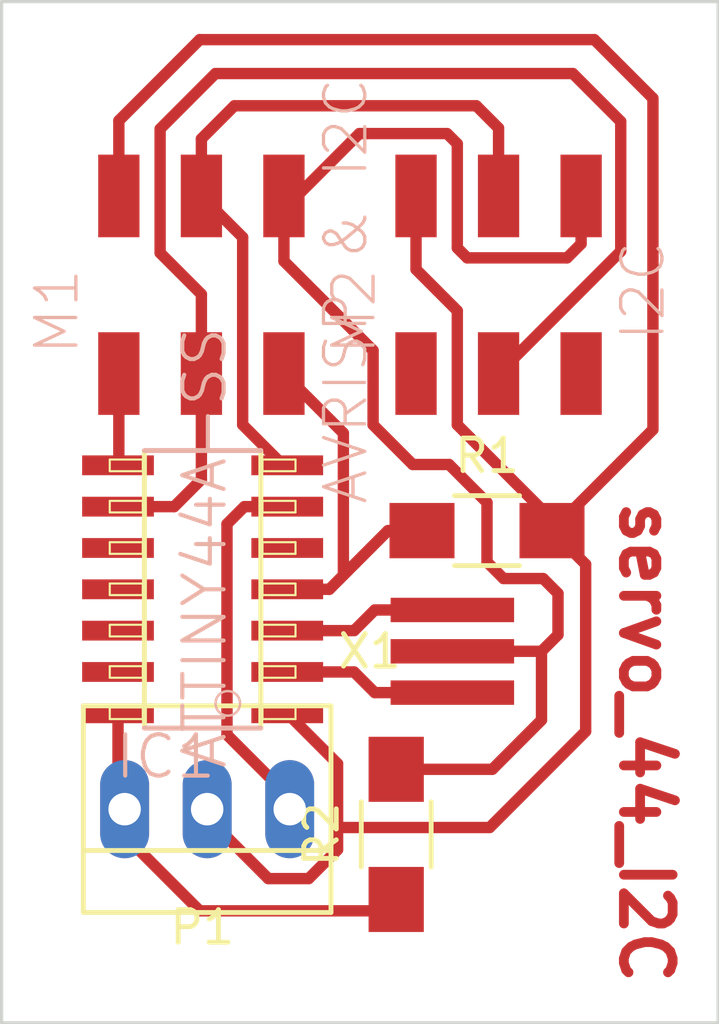
<source format=kicad_pcb>
(kicad_pcb (version 20171130) (host pcbnew "(5.1.12)-1")

  (general
    (thickness 1.6)
    (drawings 10)
    (tracks 95)
    (zones 0)
    (modules 7)
    (nets 17)
  )

  (page A4)
  (layers
    (0 F.Cu signal)
    (31 B.Cu signal)
    (32 B.Adhes user hide)
    (33 F.Adhes user hide)
    (34 B.Paste user hide)
    (35 F.Paste user hide)
    (36 B.SilkS user hide)
    (37 F.SilkS user hide)
    (38 B.Mask user hide)
    (39 F.Mask user hide)
    (40 Dwgs.User user hide)
    (41 Cmts.User user hide)
    (42 Eco1.User user hide)
    (43 Eco2.User user hide)
    (44 Edge.Cuts user)
    (45 Margin user hide)
    (46 B.CrtYd user hide)
    (47 F.CrtYd user hide)
    (48 B.Fab user hide)
    (49 F.Fab user hide)
  )

  (setup
    (last_trace_width 0.35)
    (trace_clearance 0.2)
    (zone_clearance 0.508)
    (zone_45_only no)
    (trace_min 0.2)
    (via_size 0.6)
    (via_drill 0.4)
    (via_min_size 0.4)
    (via_min_drill 0.3)
    (uvia_size 0.3)
    (uvia_drill 0.1)
    (uvias_allowed no)
    (uvia_min_size 0.2)
    (uvia_min_drill 0.1)
    (edge_width 0.1)
    (segment_width 0.2)
    (pcb_text_width 0.3)
    (pcb_text_size 1.5 1.5)
    (mod_edge_width 0.15)
    (mod_text_size 1 1)
    (mod_text_width 0.15)
    (pad_size 2 1.7)
    (pad_drill 0)
    (pad_to_mask_clearance 0)
    (aux_axis_origin 0 0)
    (visible_elements 7FFFFFFF)
    (pcbplotparams
      (layerselection 0x00030_80000001)
      (usegerberextensions false)
      (usegerberattributes true)
      (usegerberadvancedattributes true)
      (creategerberjobfile true)
      (excludeedgelayer true)
      (linewidth 0.100000)
      (plotframeref false)
      (viasonmask false)
      (mode 1)
      (useauxorigin false)
      (hpglpennumber 1)
      (hpglpenspeed 20)
      (hpglpendiameter 15.000000)
      (psnegative false)
      (psa4output false)
      (plotreference true)
      (plotvalue true)
      (plotinvisibletext false)
      (padsonsilk false)
      (subtractmaskfromsilk false)
      (outputformat 1)
      (mirror false)
      (drillshape 1)
      (scaleselection 1)
      (outputdirectory "../"))
  )

  (net 0 "")
  (net 1 +5V)
  (net 2 "Net-(IC1-Pad2)")
  (net 3 "Net-(IC1-Pad3)")
  (net 4 /PB3)
  (net 5 /PA6)
  (net 6 /PA5)
  (net 7 /PA4)
  (net 8 "Net-(IC1-Pad10)")
  (net 9 "Net-(IC1-Pad11)")
  (net 10 "Net-(IC1-Pad12)")
  (net 11 "Net-(IC1-Pad13)")
  (net 12 GND)
  (net 13 "Net-(IC1-Pad5)")
  (net 14 /PA7)
  (net 15 "Net-(M2-Pad1)")
  (net 16 "Net-(M2-Pad5)")

  (net_class Default "This is the default net class."
    (clearance 0.2)
    (trace_width 0.35)
    (via_dia 0.6)
    (via_drill 0.4)
    (uvia_dia 0.3)
    (uvia_drill 0.1)
    (add_net +5V)
    (add_net /PA4)
    (add_net /PA5)
    (add_net /PA6)
    (add_net /PA7)
    (add_net /PB3)
    (add_net GND)
    (add_net "Net-(IC1-Pad10)")
    (add_net "Net-(IC1-Pad11)")
    (add_net "Net-(IC1-Pad12)")
    (add_net "Net-(IC1-Pad13)")
    (add_net "Net-(IC1-Pad2)")
    (add_net "Net-(IC1-Pad3)")
    (add_net "Net-(IC1-Pad5)")
    (add_net "Net-(M2-Pad1)")
    (add_net "Net-(M2-Pad5)")
  )

  (module Resistors_SMD:R_1206_HandSoldering (layer F.Cu) (tedit 572DC187) (tstamp 572DBF55)
    (at 167.1828 116.6241 90)
    (descr "Resistor SMD 1206, hand soldering")
    (tags "resistor 1206")
    (path /572892C6)
    (attr smd)
    (fp_text reference R2 (at 0 -2.3 90) (layer F.SilkS)
      (effects (font (size 1 1) (thickness 0.15)))
    )
    (fp_text value 0 (at 0 2.3 90) (layer F.Fab)
      (effects (font (size 1 1) (thickness 0.15)))
    )
    (fp_line (start -1 -1.075) (end 1 -1.075) (layer F.SilkS) (width 0.15))
    (fp_line (start 1 1.075) (end -1 1.075) (layer F.SilkS) (width 0.15))
    (fp_line (start 3.3 -1.2) (end 3.3 1.2) (layer F.CrtYd) (width 0.05))
    (fp_line (start -3.3 -1.2) (end -3.3 1.2) (layer F.CrtYd) (width 0.05))
    (fp_line (start -3.3 1.2) (end 3.3 1.2) (layer F.CrtYd) (width 0.05))
    (fp_line (start -3.3 -1.2) (end 3.3 -1.2) (layer F.CrtYd) (width 0.05))
    (pad 2 smd rect (at -2 0 90) (size 2 1.7) (layers F.Cu F.Paste F.Mask)
      (net 12 GND))
    (pad 1 smd rect (at 2 0 90) (size 2 1.7) (layers F.Cu F.Paste F.Mask)
      (net 12 GND))
    (model Resistors_SMD.3dshapes/R_1206_HandSoldering.wrl
      (at (xyz 0 0 0))
      (scale (xyz 1 1 1))
      (rotate (xyz 0 0 0))
    )
  )

  (module fab:fab-SOIC14 (layer F.Cu) (tedit 200000) (tstamp 572DAB88)
    (at 161.2265 109.093 90)
    (descr "SMALL OUTLINE PACKAGE")
    (tags "SMALL OUTLINE PACKAGE")
    (path /5728A83D)
    (attr smd)
    (fp_text reference IC1 (at -5.1435 -1.143 180) (layer B.SilkS)
      (effects (font (size 1.27 1.27) (thickness 0.127)))
    )
    (fp_text value ATTINY44A-SS (at 1.27 0.0635 90) (layer B.SilkS)
      (effects (font (size 1.27 1.27) (thickness 0.127)))
    )
    (fp_circle (center -3.5052 0.7747) (end -3.7719 1.0414) (layer B.SilkS) (width 0.0762))
    (fp_line (start -4.26466 -1.7907) (end -4.26466 1.7907) (layer B.SilkS) (width 0.1524))
    (fp_line (start 4.26466 -1.7907) (end -4.26466 -1.7907) (layer F.SilkS) (width 0.1524))
    (fp_line (start 4.26466 1.7907) (end 4.26466 -1.7907) (layer B.SilkS) (width 0.1524))
    (fp_line (start -4.26466 1.7907) (end 4.26466 1.7907) (layer F.SilkS) (width 0.1524))
    (fp_line (start -3.9878 2.8575) (end -3.9878 1.8415) (layer F.SilkS) (width 0.06604))
    (fp_line (start -3.9878 1.8415) (end -3.62966 1.8415) (layer F.SilkS) (width 0.06604))
    (fp_line (start -3.62966 2.8575) (end -3.62966 1.8415) (layer F.SilkS) (width 0.06604))
    (fp_line (start -3.9878 2.8575) (end -3.62966 2.8575) (layer F.SilkS) (width 0.06604))
    (fp_line (start -2.7178 2.8575) (end -2.7178 1.8415) (layer F.SilkS) (width 0.06604))
    (fp_line (start -2.7178 1.8415) (end -2.3622 1.8415) (layer F.SilkS) (width 0.06604))
    (fp_line (start -2.3622 2.8575) (end -2.3622 1.8415) (layer F.SilkS) (width 0.06604))
    (fp_line (start -2.7178 2.8575) (end -2.3622 2.8575) (layer F.SilkS) (width 0.06604))
    (fp_line (start -1.4478 2.8575) (end -1.4478 1.8415) (layer F.SilkS) (width 0.06604))
    (fp_line (start -1.4478 1.8415) (end -1.08966 1.8415) (layer F.SilkS) (width 0.06604))
    (fp_line (start -1.08966 2.8575) (end -1.08966 1.8415) (layer F.SilkS) (width 0.06604))
    (fp_line (start -1.4478 2.8575) (end -1.08966 2.8575) (layer F.SilkS) (width 0.06604))
    (fp_line (start -0.1778 2.8575) (end -0.1778 1.8415) (layer F.SilkS) (width 0.06604))
    (fp_line (start -0.1778 1.8415) (end 0.1778 1.8415) (layer F.SilkS) (width 0.06604))
    (fp_line (start 0.1778 2.8575) (end 0.1778 1.8415) (layer F.SilkS) (width 0.06604))
    (fp_line (start -0.1778 2.8575) (end 0.1778 2.8575) (layer F.SilkS) (width 0.06604))
    (fp_line (start 1.08966 2.8575) (end 1.08966 1.8415) (layer F.SilkS) (width 0.06604))
    (fp_line (start 1.08966 1.8415) (end 1.4478 1.8415) (layer F.SilkS) (width 0.06604))
    (fp_line (start 1.4478 2.8575) (end 1.4478 1.8415) (layer F.SilkS) (width 0.06604))
    (fp_line (start 1.08966 2.8575) (end 1.4478 2.8575) (layer F.SilkS) (width 0.06604))
    (fp_line (start 2.3622 2.8575) (end 2.3622 1.8415) (layer F.SilkS) (width 0.06604))
    (fp_line (start 2.3622 1.8415) (end 2.7178 1.8415) (layer F.SilkS) (width 0.06604))
    (fp_line (start 2.7178 2.8575) (end 2.7178 1.8415) (layer F.SilkS) (width 0.06604))
    (fp_line (start 2.3622 2.8575) (end 2.7178 2.8575) (layer F.SilkS) (width 0.06604))
    (fp_line (start 3.62966 2.8575) (end 3.62966 1.8415) (layer F.SilkS) (width 0.06604))
    (fp_line (start 3.62966 1.8415) (end 3.9878 1.8415) (layer F.SilkS) (width 0.06604))
    (fp_line (start 3.9878 2.8575) (end 3.9878 1.8415) (layer F.SilkS) (width 0.06604))
    (fp_line (start 3.62966 2.8575) (end 3.9878 2.8575) (layer F.SilkS) (width 0.06604))
    (fp_line (start 3.62966 -1.8415) (end 3.62966 -2.8575) (layer F.SilkS) (width 0.06604))
    (fp_line (start 3.62966 -2.8575) (end 3.9878 -2.8575) (layer F.SilkS) (width 0.06604))
    (fp_line (start 3.9878 -1.8415) (end 3.9878 -2.8575) (layer F.SilkS) (width 0.06604))
    (fp_line (start 3.62966 -1.8415) (end 3.9878 -1.8415) (layer F.SilkS) (width 0.06604))
    (fp_line (start 2.3622 -1.8415) (end 2.3622 -2.8575) (layer F.SilkS) (width 0.06604))
    (fp_line (start 2.3622 -2.8575) (end 2.7178 -2.8575) (layer F.SilkS) (width 0.06604))
    (fp_line (start 2.7178 -1.8415) (end 2.7178 -2.8575) (layer F.SilkS) (width 0.06604))
    (fp_line (start 2.3622 -1.8415) (end 2.7178 -1.8415) (layer F.SilkS) (width 0.06604))
    (fp_line (start 1.08966 -1.8415) (end 1.08966 -2.8575) (layer F.SilkS) (width 0.06604))
    (fp_line (start 1.08966 -2.8575) (end 1.4478 -2.8575) (layer F.SilkS) (width 0.06604))
    (fp_line (start 1.4478 -1.8415) (end 1.4478 -2.8575) (layer F.SilkS) (width 0.06604))
    (fp_line (start 1.08966 -1.8415) (end 1.4478 -1.8415) (layer F.SilkS) (width 0.06604))
    (fp_line (start -0.1778 -1.8415) (end -0.1778 -2.8575) (layer F.SilkS) (width 0.06604))
    (fp_line (start -0.1778 -2.8575) (end 0.1778 -2.8575) (layer F.SilkS) (width 0.06604))
    (fp_line (start 0.1778 -1.8415) (end 0.1778 -2.8575) (layer F.SilkS) (width 0.06604))
    (fp_line (start -0.1778 -1.8415) (end 0.1778 -1.8415) (layer F.SilkS) (width 0.06604))
    (fp_line (start -1.4478 -1.8415) (end -1.4478 -2.8575) (layer F.SilkS) (width 0.06604))
    (fp_line (start -1.4478 -2.8575) (end -1.08966 -2.8575) (layer F.SilkS) (width 0.06604))
    (fp_line (start -1.08966 -1.8415) (end -1.08966 -2.8575) (layer F.SilkS) (width 0.06604))
    (fp_line (start -1.4478 -1.8415) (end -1.08966 -1.8415) (layer F.SilkS) (width 0.06604))
    (fp_line (start -2.7178 -1.8415) (end -2.7178 -2.8575) (layer F.SilkS) (width 0.06604))
    (fp_line (start -2.7178 -2.8575) (end -2.3622 -2.8575) (layer F.SilkS) (width 0.06604))
    (fp_line (start -2.3622 -1.8415) (end -2.3622 -2.8575) (layer F.SilkS) (width 0.06604))
    (fp_line (start -2.7178 -1.8415) (end -2.3622 -1.8415) (layer F.SilkS) (width 0.06604))
    (fp_line (start -3.9878 -1.8415) (end -3.9878 -2.8575) (layer F.SilkS) (width 0.06604))
    (fp_line (start -3.9878 -2.8575) (end -3.62966 -2.8575) (layer F.SilkS) (width 0.06604))
    (fp_line (start -3.62966 -1.8415) (end -3.62966 -2.8575) (layer F.SilkS) (width 0.06604))
    (fp_line (start -3.9878 -1.8415) (end -3.62966 -1.8415) (layer F.SilkS) (width 0.06604))
    (pad 1 smd rect (at -3.81 2.6035 90) (size 0.6096 2.20726) (layers F.Cu F.Paste F.Mask)
      (net 1 +5V))
    (pad 2 smd rect (at -2.54 2.6035 90) (size 0.6096 2.20726) (layers F.Cu F.Paste F.Mask)
      (net 2 "Net-(IC1-Pad2)"))
    (pad 3 smd rect (at -1.27 2.6035 90) (size 0.6096 2.20726) (layers F.Cu F.Paste F.Mask)
      (net 3 "Net-(IC1-Pad3)"))
    (pad 4 smd rect (at 0 2.6035 90) (size 0.6096 2.20726) (layers F.Cu F.Paste F.Mask)
      (net 4 /PB3))
    (pad 5 smd rect (at 1.27 2.6035 90) (size 0.6096 2.20726) (layers F.Cu F.Paste F.Mask)
      (net 13 "Net-(IC1-Pad5)"))
    (pad 6 smd rect (at 2.54 2.6035 90) (size 0.6096 2.20726) (layers F.Cu F.Paste F.Mask)
      (net 14 /PA7))
    (pad 7 smd rect (at 3.81 2.6035 90) (size 0.6096 2.20726) (layers F.Cu F.Paste F.Mask)
      (net 5 /PA6))
    (pad 8 smd rect (at 3.81 -2.6035 90) (size 0.6096 2.20726) (layers F.Cu F.Paste F.Mask)
      (net 6 /PA5))
    (pad 9 smd rect (at 2.54 -2.6035 90) (size 0.6096 2.20726) (layers F.Cu F.Paste F.Mask)
      (net 7 /PA4))
    (pad 10 smd rect (at 1.27 -2.6035 90) (size 0.6096 2.20726) (layers F.Cu F.Paste F.Mask)
      (net 8 "Net-(IC1-Pad10)"))
    (pad 11 smd rect (at 0 -2.6035 90) (size 0.6096 2.20726) (layers F.Cu F.Paste F.Mask)
      (net 9 "Net-(IC1-Pad11)"))
    (pad 12 smd rect (at -1.27 -2.6035 90) (size 0.6096 2.20726) (layers F.Cu F.Paste F.Mask)
      (net 10 "Net-(IC1-Pad12)"))
    (pad 13 smd rect (at -2.54 -2.6035 90) (size 0.6096 2.20726) (layers F.Cu F.Paste F.Mask)
      (net 11 "Net-(IC1-Pad13)"))
    (pad 14 smd rect (at -3.81 -2.6035 90) (size 0.6096 2.20726) (layers F.Cu F.Paste F.Mask)
      (net 12 GND))
  )

  (module fab:fab-2X03SMD (layer F.Cu) (tedit 200000) (tstamp 572DAB92)
    (at 161.1884 99.9236 90)
    (path /5728A1FA)
    (attr smd)
    (fp_text reference M1 (at -0.635 -4.445 90) (layer B.SilkS)
      (effects (font (size 1.27 1.27) (thickness 0.1016)))
    )
    (fp_text value "AVRISP & I2C" (at 0 4.445 90) (layer B.SilkS)
      (effects (font (size 1.27 1.27) (thickness 0.1016)))
    )
    (pad 1 smd rect (at -2.54 -2.54 90) (size 2.54 1.27) (layers F.Cu F.Paste F.Mask)
      (net 6 /PA5))
    (pad 2 smd rect (at 2.91846 -2.54 90) (size 2.54 1.27) (layers F.Cu F.Paste F.Mask)
      (net 1 +5V))
    (pad 3 smd rect (at -2.54 0 90) (size 2.54 1.27) (layers F.Cu F.Paste F.Mask)
      (net 7 /PA4))
    (pad 4 smd rect (at 2.91846 0 90) (size 2.54 1.27) (layers F.Cu F.Paste F.Mask)
      (net 5 /PA6))
    (pad 5 smd rect (at -2.54 2.54 90) (size 2.54 1.27) (layers F.Cu F.Paste F.Mask)
      (net 4 /PB3))
    (pad 6 smd rect (at 2.91846 2.54 90) (size 2.54 1.27) (layers F.Cu F.Paste F.Mask)
      (net 12 GND))
  )

  (module fab:fab-2X03SMD (layer F.Cu) (tedit 200000) (tstamp 572DAB9C)
    (at 170.3324 99.9236 90)
    (path /572DA12C)
    (attr smd)
    (fp_text reference M2 (at -0.635 -4.445 90) (layer B.SilkS)
      (effects (font (size 1.27 1.27) (thickness 0.1016)))
    )
    (fp_text value I2C (at 0 4.445 90) (layer B.SilkS)
      (effects (font (size 1.27 1.27) (thickness 0.1016)))
    )
    (pad 1 smd rect (at -2.54 -2.54 90) (size 2.54 1.27) (layers F.Cu F.Paste F.Mask)
      (net 15 "Net-(M2-Pad1)"))
    (pad 2 smd rect (at 2.91846 -2.54 90) (size 2.54 1.27) (layers F.Cu F.Paste F.Mask)
      (net 1 +5V))
    (pad 3 smd rect (at -2.54 0 90) (size 2.54 1.27) (layers F.Cu F.Paste F.Mask)
      (net 7 /PA4))
    (pad 4 smd rect (at 2.91846 0 90) (size 2.54 1.27) (layers F.Cu F.Paste F.Mask)
      (net 5 /PA6))
    (pad 5 smd rect (at -2.54 2.54 90) (size 2.54 1.27) (layers F.Cu F.Paste F.Mask)
      (net 16 "Net-(M2-Pad5)"))
    (pad 6 smd rect (at 2.91846 2.54 90) (size 2.54 1.27) (layers F.Cu F.Paste F.Mask)
      (net 12 GND))
  )

  (module Connect:PINHEAD1-3 (layer F.Cu) (tedit 572DB8F0) (tstamp 572DABA3)
    (at 161.3662 115.8494 180)
    (path /5728A29E)
    (attr virtual)
    (fp_text reference P1 (at 0.1524 -3.6322 180) (layer F.SilkS)
      (effects (font (size 1 1) (thickness 0.15)))
    )
    (fp_text value CONN_01X03 (at 0 3.81 180) (layer F.Fab)
      (effects (font (size 1 1) (thickness 0.15)))
    )
    (fp_line (start 3.81 3.175) (end -3.81 3.175) (layer F.SilkS) (width 0.15))
    (fp_line (start -3.81 -3.175) (end 3.81 -3.175) (layer F.SilkS) (width 0.15))
    (fp_line (start 3.81 -1.27) (end -3.81 -1.27) (layer F.SilkS) (width 0.15))
    (fp_line (start 3.81 -3.175) (end 3.81 3.175) (layer F.SilkS) (width 0.15))
    (fp_line (start -3.81 -3.175) (end -3.81 3.175) (layer F.SilkS) (width 0.15))
    (pad 1 thru_hole oval (at -2.54 0 180) (size 1.50622 3.01498) (drill 0.99822) (layers *.Cu *.Mask)
      (net 14 /PA7))
    (pad 2 thru_hole oval (at 0 0 180) (size 1.50622 3.01498) (drill 0.99822) (layers *.Cu *.Mask)
      (net 1 +5V))
    (pad 3 thru_hole oval (at 2.54 0 180) (size 1.50622 3.01498) (drill 0.99822) (layers *.Cu *.Mask)
      (net 12 GND))
  )

  (module Resistors_SMD:R_1206_HandSoldering (layer F.Cu) (tedit 572DAC16) (tstamp 572DABA9)
    (at 169.9768 107.2896)
    (descr "Resistor SMD 1206, hand soldering")
    (tags "resistor 1206")
    (path /572892C6)
    (attr smd)
    (fp_text reference R1 (at 0 -2.3) (layer F.SilkS)
      (effects (font (size 1 1) (thickness 0.15)))
    )
    (fp_text value 10k (at 0 2.3) (layer F.Fab)
      (effects (font (size 1 1) (thickness 0.15)))
    )
    (fp_line (start -1 -1.075) (end 1 -1.075) (layer F.SilkS) (width 0.15))
    (fp_line (start 1 1.075) (end -1 1.075) (layer F.SilkS) (width 0.15))
    (fp_line (start 3.3 -1.2) (end 3.3 1.2) (layer F.CrtYd) (width 0.05))
    (fp_line (start -3.3 -1.2) (end -3.3 1.2) (layer F.CrtYd) (width 0.05))
    (fp_line (start -3.3 1.2) (end 3.3 1.2) (layer F.CrtYd) (width 0.05))
    (fp_line (start -3.3 -1.2) (end 3.3 -1.2) (layer F.CrtYd) (width 0.05))
    (pad 1 smd rect (at -2 0) (size 2 1.7) (layers F.Cu F.Paste F.Mask)
      (net 4 /PB3))
    (pad 2 smd rect (at 2 0) (size 2 1.7) (layers F.Cu F.Paste F.Mask)
      (net 1 +5V))
    (model Resistors_SMD.3dshapes/R_1206_HandSoldering.wrl
      (at (xyz 0 0 0))
      (scale (xyz 1 1 1))
      (rotate (xyz 0 0 0))
    )
  )

  (module fablab-noninventory:Crystal_XC1109CT-ND (layer F.Cu) (tedit 572DAE58) (tstamp 572DABB0)
    (at 168.91 110.998 90)
    (path /5728A4CF)
    (fp_text reference X1 (at 0 -2.54 180) (layer F.SilkS)
      (effects (font (size 1 1) (thickness 0.15)))
    )
    (fp_text value CRYSTAL_SMD (at 0 -3.81 90) (layer F.Fab)
      (effects (font (size 1 1) (thickness 0.15)))
    )
    (pad 2 smd rect (at 0 0 90) (size 0.75 3.8) (layers F.Cu F.Paste F.Mask)
      (net 12 GND))
    (pad 1 smd rect (at 1.27 0 90) (size 0.75 3.8) (layers F.Cu F.Paste F.Mask)
      (net 3 "Net-(IC1-Pad3)"))
    (pad 3 smd rect (at -1.27 0 90) (size 0.75 3.8) (layers F.Cu F.Paste F.Mask)
      (net 2 "Net-(IC1-Pad2)"))
  )

  (gr_line (start 155.0416 91.0336) (end 155.0416 91.1225) (angle 90) (layer Edge.Cuts) (width 0.1))
  (gr_line (start 177.0888 91.0336) (end 155.0416 91.0336) (angle 90) (layer Edge.Cuts) (width 0.1))
  (gr_line (start 177.0888 122.4153) (end 177.0888 91.0336) (angle 90) (layer Edge.Cuts) (width 0.1))
  (gr_line (start 155.0416 122.4153) (end 177.0888 122.4153) (angle 90) (layer Edge.Cuts) (width 0.1))
  (gr_line (start 155.0416 91.1225) (end 155.0416 122.4153) (angle 90) (layer Edge.Cuts) (width 0.1))
  (gr_text servo_44_I2C (at 174.8663 113.792 270) (layer F.Cu)
    (effects (font (size 1.5 1.5) (thickness 0.3)))
  )
  (gr_line (start 135.636 79.756) (end 159.766 79.756) (angle 90) (layer Eco1.User) (width 0.2))
  (gr_line (start 135.636 105.41) (end 135.636 79.756) (angle 90) (layer Eco1.User) (width 0.2))
  (gr_line (start 159.766 105.41) (end 135.636 105.41) (angle 90) (layer Eco1.User) (width 0.2))
  (gr_line (start 159.766 79.756) (end 159.766 105.41) (angle 90) (layer Eco1.User) (width 0.2))

  (segment (start 165.3794 116.41328) (end 170.05808 116.41328) (width 0.35) (layer F.Cu) (net 1))
  (segment (start 173.0121 108.3249) (end 171.9768 107.2896) (width 0.35) (layer F.Cu) (net 1) (tstamp 572DC152))
  (segment (start 173.0121 113.45926) (end 173.0121 108.3249) (width 0.35) (layer F.Cu) (net 1) (tstamp 572DC14C))
  (segment (start 170.05808 116.41328) (end 173.0121 113.45926) (width 0.35) (layer F.Cu) (net 1) (tstamp 572DC148))
  (segment (start 161.3662 115.8494) (end 161.3662 116.1034) (width 0.35) (layer F.Cu) (net 1))
  (segment (start 161.3662 116.1034) (end 163.2458 117.983) (width 0.35) (layer F.Cu) (net 1) (tstamp 572DBC91))
  (segment (start 163.2458 117.983) (end 164.4904 117.983) (width 0.35) (layer F.Cu) (net 1) (tstamp 572DBC95))
  (segment (start 164.4904 117.983) (end 165.3794 117.094) (width 0.35) (layer F.Cu) (net 1) (tstamp 572DBC9C))
  (segment (start 165.3794 117.094) (end 165.3794 116.41328) (width 0.35) (layer F.Cu) (net 1) (tstamp 572DBC9E))
  (segment (start 165.3794 116.41328) (end 165.3794 114.4524) (width 0.35) (layer F.Cu) (net 1) (tstamp 572DC146))
  (segment (start 165.3794 114.4524) (end 163.83 112.903) (width 0.35) (layer F.Cu) (net 1) (tstamp 572DBCA1))
  (segment (start 158.6484 97.00514) (end 158.6484 94.6912) (width 0.35) (layer F.Cu) (net 1))
  (segment (start 158.6484 94.6912) (end 161.1376 92.202) (width 0.35) (layer F.Cu) (net 1) (tstamp 572DB586))
  (segment (start 161.1376 92.202) (end 173.2788 92.202) (width 0.35) (layer F.Cu) (net 1) (tstamp 572DB588))
  (segment (start 173.2788 92.202) (end 175.0822 94.0054) (width 0.35) (layer F.Cu) (net 1) (tstamp 572DB58A))
  (segment (start 175.0822 94.0054) (end 175.0822 104.1842) (width 0.35) (layer F.Cu) (net 1) (tstamp 572DB58C))
  (segment (start 175.0822 104.1842) (end 171.9768 107.2896) (width 0.35) (layer F.Cu) (net 1) (tstamp 572DB590))
  (segment (start 167.7924 97.00514) (end 167.7924 99.2632) (width 0.35) (layer F.Cu) (net 1))
  (segment (start 169.0624 104.0384) (end 171.9768 106.9528) (width 0.35) (layer F.Cu) (net 1) (tstamp 572DB166))
  (segment (start 169.0624 100.5332) (end 169.0624 104.0384) (width 0.35) (layer F.Cu) (net 1) (tstamp 572DB164))
  (segment (start 167.7924 99.2632) (end 169.0624 100.5332) (width 0.35) (layer F.Cu) (net 1) (tstamp 572DB161))
  (segment (start 171.9768 106.9528) (end 171.9768 107.2896) (width 0.35) (layer F.Cu) (net 1) (tstamp 572DB177))
  (segment (start 167.7924 97.00514) (end 167.45966 97.00514) (width 0.35) (layer F.Cu) (net 1))
  (segment (start 163.83 111.633) (end 165.8874 111.633) (width 0.35) (layer F.Cu) (net 2))
  (segment (start 166.5224 112.268) (end 168.91 112.268) (width 0.35) (layer F.Cu) (net 2) (tstamp 572DAF92))
  (segment (start 165.8874 111.633) (end 166.5224 112.268) (width 0.35) (layer F.Cu) (net 2) (tstamp 572DAF91))
  (segment (start 168.91 109.728) (end 166.5224 109.728) (width 0.35) (layer F.Cu) (net 3))
  (segment (start 165.8874 110.363) (end 163.83 110.363) (width 0.35) (layer F.Cu) (net 3) (tstamp 572DAF8E))
  (segment (start 166.5224 109.728) (end 165.8874 110.363) (width 0.35) (layer F.Cu) (net 3) (tstamp 572DAF8D))
  (segment (start 167.9768 107.2896) (end 166.9288 107.2896) (width 0.35) (layer F.Cu) (net 4))
  (segment (start 166.9288 107.2896) (end 165.5572 108.6612) (width 0.35) (layer F.Cu) (net 4) (tstamp 572DB0FE))
  (segment (start 165.5572 104.2924) (end 165.5572 108.6612) (width 0.35) (layer F.Cu) (net 4))
  (segment (start 165.1254 109.093) (end 165.5572 108.6612) (width 0.35) (layer F.Cu) (net 4) (tstamp 572DAFB3))
  (segment (start 163.7284 102.4636) (end 165.5572 104.2924) (width 0.35) (layer F.Cu) (net 4) (tstamp 572DAFB5))
  (segment (start 165.1254 109.093) (end 163.83 109.093) (width 0.35) (layer F.Cu) (net 4))
  (segment (start 161.1884 97.00514) (end 161.1884 95.25) (width 0.35) (layer F.Cu) (net 5))
  (segment (start 170.3324 94.9198) (end 170.3324 97.00514) (width 0.35) (layer F.Cu) (net 5) (tstamp 572DB495))
  (segment (start 169.6466 94.234) (end 170.3324 94.9198) (width 0.35) (layer F.Cu) (net 5) (tstamp 572DB492))
  (segment (start 162.2044 94.234) (end 169.6466 94.234) (width 0.35) (layer F.Cu) (net 5) (tstamp 572DB48B))
  (segment (start 161.1884 95.25) (end 162.2044 94.234) (width 0.35) (layer F.Cu) (net 5) (tstamp 572DB488))
  (segment (start 163.83 105.283) (end 163.703 105.283) (width 0.35) (layer F.Cu) (net 5))
  (segment (start 163.703 105.283) (end 162.4584 104.0384) (width 0.35) (layer F.Cu) (net 5) (tstamp 572DAFBD))
  (segment (start 162.4584 104.0384) (end 162.4584 98.27514) (width 0.35) (layer F.Cu) (net 5) (tstamp 572DAFBE))
  (segment (start 162.4584 98.27514) (end 161.1884 97.00514) (width 0.35) (layer F.Cu) (net 5) (tstamp 572DAFBF))
  (segment (start 158.6484 102.4636) (end 158.6484 105.2576) (width 0.35) (layer F.Cu) (net 6))
  (segment (start 158.6484 105.2576) (end 158.623 105.283) (width 0.35) (layer F.Cu) (net 6) (tstamp 572DAFAC))
  (segment (start 159.9184 98.7552) (end 159.9184 94.9452) (width 0.35) (layer F.Cu) (net 7))
  (segment (start 174.0916 94.7166) (end 174.0916 98.7044) (width 0.35) (layer F.Cu) (net 7) (tstamp 572DB460))
  (segment (start 174.0916 98.7044) (end 171.6024 101.1936) (width 0.35) (layer F.Cu) (net 7) (tstamp 572DB461))
  (segment (start 161.1884 102.4636) (end 161.1884 100.0252) (width 0.35) (layer F.Cu) (net 7))
  (segment (start 171.6024 101.1936) (end 170.3324 102.4636) (width 0.35) (layer F.Cu) (net 7) (tstamp 572DAFCB))
  (segment (start 161.1884 100.0252) (end 159.9184 98.7552) (width 0.35) (layer F.Cu) (net 7) (tstamp 572DAFC2))
  (segment (start 172.6184 93.2434) (end 174.0916 94.7166) (width 0.35) (layer F.Cu) (net 7) (tstamp 572DB4D4))
  (segment (start 161.6202 93.2434) (end 172.6184 93.2434) (width 0.35) (layer F.Cu) (net 7) (tstamp 572DB4CB))
  (segment (start 159.9184 94.9452) (end 161.6202 93.2434) (width 0.35) (layer F.Cu) (net 7) (tstamp 572DB4C2))
  (segment (start 161.1884 102.4636) (end 161.1884 105.7148) (width 0.35) (layer F.Cu) (net 7))
  (segment (start 160.3502 106.553) (end 158.623 106.553) (width 0.35) (layer F.Cu) (net 7) (tstamp 572DAFB0))
  (segment (start 161.1884 105.7148) (end 160.3502 106.553) (width 0.35) (layer F.Cu) (net 7) (tstamp 572DAFAF))
  (segment (start 167.1828 114.6241) (end 170.14038 114.6241) (width 0.35) (layer F.Cu) (net 12))
  (segment (start 171.6532 113.11128) (end 171.6532 110.998) (width 0.35) (layer F.Cu) (net 12) (tstamp 572DC13B))
  (segment (start 170.14038 114.6241) (end 171.6532 113.11128) (width 0.35) (layer F.Cu) (net 12) (tstamp 572DC135))
  (segment (start 158.8262 115.8494) (end 158.8262 116.6622) (width 0.35) (layer F.Cu) (net 12))
  (segment (start 158.8262 116.6622) (end 161.1376 118.9736) (width 0.35) (layer F.Cu) (net 12) (tstamp 572DC126))
  (segment (start 161.1376 118.9736) (end 166.8333 118.9736) (width 0.35) (layer F.Cu) (net 12) (tstamp 572DC12C))
  (segment (start 166.8333 118.9736) (end 167.1828 118.6241) (width 0.35) (layer F.Cu) (net 12) (tstamp 572DC132))
  (segment (start 158.8262 115.8494) (end 158.8262 116.7638) (width 0.35) (layer F.Cu) (net 12))
  (segment (start 158.623 112.903) (end 158.623 115.6462) (width 0.35) (layer F.Cu) (net 12))
  (segment (start 158.623 115.6462) (end 158.8262 115.8494) (width 0.35) (layer F.Cu) (net 12) (tstamp 572DBC7A))
  (segment (start 163.7284 97.00514) (end 164.13226 97.00514) (width 0.35) (layer F.Cu) (net 12))
  (segment (start 164.13226 97.00514) (end 166.048598 95.088802) (width 0.35) (layer F.Cu) (net 12) (tstamp 572DB465))
  (segment (start 172.8724 98.4758) (end 172.8724 97.00514) (width 0.35) (layer F.Cu) (net 12) (tstamp 572DB477))
  (segment (start 172.4406 98.9076) (end 172.8724 98.4758) (width 0.35) (layer F.Cu) (net 12) (tstamp 572DB473))
  (segment (start 169.3672 98.9076) (end 172.4406 98.9076) (width 0.35) (layer F.Cu) (net 12) (tstamp 572DB46F))
  (segment (start 169.0624 98.6028) (end 169.3672 98.9076) (width 0.35) (layer F.Cu) (net 12) (tstamp 572DB46B))
  (segment (start 169.0624 95.4024) (end 169.0624 98.6028) (width 0.35) (layer F.Cu) (net 12) (tstamp 572DB469))
  (segment (start 168.748802 95.088802) (end 169.0624 95.4024) (width 0.35) (layer F.Cu) (net 12) (tstamp 572DB468))
  (segment (start 166.048598 95.088802) (end 168.748802 95.088802) (width 0.35) (layer F.Cu) (net 12) (tstamp 572DB466))
  (segment (start 169.9768 108.2548) (end 169.9768 106.426) (width 0.35) (layer F.Cu) (net 12))
  (segment (start 163.7284 99.0092) (end 166.4716 101.7524) (width 0.35) (layer F.Cu) (net 12) (tstamp 572DB08B))
  (segment (start 166.4716 101.7524) (end 166.4716 104.0384) (width 0.35) (layer F.Cu) (net 12) (tstamp 572DB099))
  (segment (start 169.9768 108.2548) (end 170.4848 108.7628) (width 0.35) (layer F.Cu) (net 12) (tstamp 572DB0B6))
  (segment (start 170.4848 108.7628) (end 171.704 108.7628) (width 0.35) (layer F.Cu) (net 12) (tstamp 572DB0BD))
  (segment (start 171.704 108.7628) (end 172.1612 109.22) (width 0.35) (layer F.Cu) (net 12) (tstamp 572DB0C3))
  (segment (start 172.1612 109.22) (end 172.1612 110.49) (width 0.35) (layer F.Cu) (net 12) (tstamp 572DB0C8))
  (segment (start 172.1612 110.49) (end 171.6532 110.998) (width 0.35) (layer F.Cu) (net 12) (tstamp 572DB0CC))
  (segment (start 168.91 110.998) (end 171.6532 110.998) (width 0.35) (layer F.Cu) (net 12) (tstamp 572DB0CF))
  (segment (start 163.7284 99.0092) (end 163.7284 97.00514) (width 0.35) (layer F.Cu) (net 12))
  (segment (start 167.6908 105.2576) (end 166.4716 104.0384) (width 0.35) (layer F.Cu) (net 12) (tstamp 572DB0F7))
  (segment (start 168.8084 105.2576) (end 167.6908 105.2576) (width 0.35) (layer F.Cu) (net 12) (tstamp 572DB0F1))
  (segment (start 169.9768 106.426) (end 168.8084 105.2576) (width 0.35) (layer F.Cu) (net 12) (tstamp 572DB0EC))
  (segment (start 163.9062 115.8494) (end 163.9062 115.4938) (width 0.35) (layer F.Cu) (net 14))
  (segment (start 163.9062 115.4938) (end 161.9758 113.5634) (width 0.35) (layer F.Cu) (net 14) (tstamp 572DBC7D))
  (segment (start 161.9758 113.5634) (end 161.9758 107.0864) (width 0.35) (layer F.Cu) (net 14) (tstamp 572DBC7E))
  (segment (start 161.9758 107.0864) (end 162.5092 106.553) (width 0.35) (layer F.Cu) (net 14) (tstamp 572DBC84))
  (segment (start 162.5092 106.553) (end 163.83 106.553) (width 0.35) (layer F.Cu) (net 14) (tstamp 572DBC8B))

)

</source>
